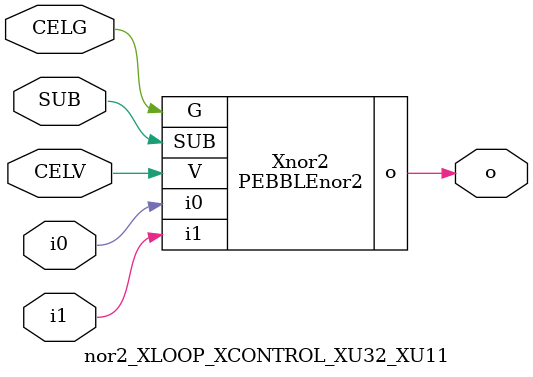
<source format=v>



module PEBBLEnor2 ( o, G, SUB, V, i0, i1 );

  input i0;
  input V;
  input i1;
  input G;
  output o;
  input SUB;
endmodule

//Celera Confidential Do Not Copy nor2_XLOOP_XCONTROL_XU32_XU11
//Celera Confidential Symbol Generator
//nor2
module nor2_XLOOP_XCONTROL_XU32_XU11 (CELV,CELG,i0,i1,o,SUB);
input CELV;
input CELG;
input i0;
input i1;
input SUB;
output o;

//Celera Confidential Do Not Copy nor2
PEBBLEnor2 Xnor2(
.V (CELV),
.i0 (i0),
.i1 (i1),
.o (o),
.SUB (SUB),
.G (CELG)
);
//,diesize,PEBBLEnor2

//Celera Confidential Do Not Copy Module End
//Celera Schematic Generator
endmodule

</source>
